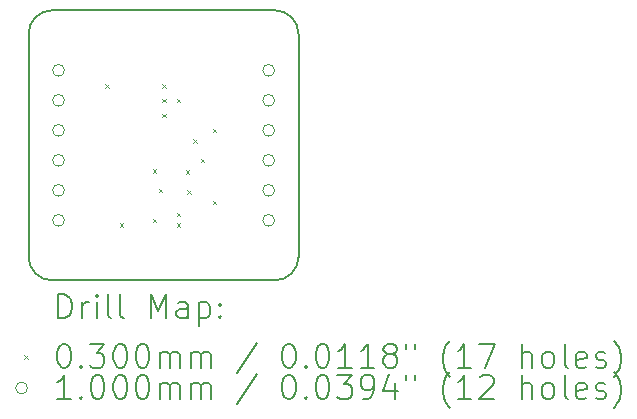
<source format=gbr>
%TF.GenerationSoftware,KiCad,Pcbnew,8.0.8*%
%TF.CreationDate,2025-02-11T16:16:30-05:00*%
%TF.ProjectId,IMU,494d552e-6b69-4636-9164-5f7063625858,rev?*%
%TF.SameCoordinates,Original*%
%TF.FileFunction,Drillmap*%
%TF.FilePolarity,Positive*%
%FSLAX45Y45*%
G04 Gerber Fmt 4.5, Leading zero omitted, Abs format (unit mm)*
G04 Created by KiCad (PCBNEW 8.0.8) date 2025-02-11 16:16:30*
%MOMM*%
%LPD*%
G01*
G04 APERTURE LIST*
%ADD10C,0.160000*%
%ADD11C,0.200000*%
%ADD12C,0.100000*%
G04 APERTURE END LIST*
D10*
X12342200Y-10881800D02*
X14228201Y-10881800D01*
X12342200Y-10881800D02*
G75*
G02*
X12142200Y-10681800I0J200000D01*
G01*
X14428201Y-10681800D02*
G75*
G02*
X14228201Y-10881801I-200001J0D01*
G01*
X14428201Y-10681800D02*
X14428201Y-8795800D01*
X14228201Y-8595800D02*
X12342200Y-8595800D01*
X12142200Y-8795800D02*
X12142200Y-10681800D01*
X14228201Y-8595800D02*
G75*
G02*
X14428200Y-8795800I-1J-200000D01*
G01*
X12142200Y-8795800D02*
G75*
G02*
X12342200Y-8595800I200000J0D01*
G01*
D11*
D12*
X12790250Y-9219800D02*
X12820250Y-9249800D01*
X12820250Y-9219800D02*
X12790250Y-9249800D01*
X12916250Y-10399000D02*
X12946250Y-10429000D01*
X12946250Y-10399000D02*
X12916250Y-10429000D01*
X13195650Y-9941800D02*
X13225650Y-9971800D01*
X13225650Y-9941800D02*
X13195650Y-9971800D01*
X13195650Y-10360900D02*
X13225650Y-10390900D01*
X13225650Y-10360900D02*
X13195650Y-10390900D01*
X13246450Y-10106900D02*
X13276450Y-10136900D01*
X13276450Y-10106900D02*
X13246450Y-10136900D01*
X13272850Y-9219800D02*
X13302850Y-9249800D01*
X13302850Y-9219800D02*
X13272850Y-9249800D01*
X13272850Y-9344800D02*
X13302850Y-9374800D01*
X13302850Y-9344800D02*
X13272850Y-9374800D01*
X13272850Y-9469800D02*
X13302850Y-9499800D01*
X13302850Y-9469800D02*
X13272850Y-9499800D01*
X13398850Y-9342800D02*
X13428850Y-9372800D01*
X13428850Y-9342800D02*
X13398850Y-9372800D01*
X13398850Y-10310100D02*
X13428850Y-10340100D01*
X13428850Y-10310100D02*
X13398850Y-10340100D01*
X13398850Y-10399000D02*
X13428850Y-10429000D01*
X13428850Y-10399000D02*
X13398850Y-10429000D01*
X13472400Y-9951850D02*
X13502400Y-9981850D01*
X13502400Y-9951850D02*
X13472400Y-9981850D01*
X13487750Y-10119600D02*
X13517750Y-10149600D01*
X13517750Y-10119600D02*
X13487750Y-10149600D01*
X13535900Y-9685150D02*
X13565900Y-9715150D01*
X13565900Y-9685150D02*
X13535900Y-9715150D01*
X13602050Y-9850800D02*
X13632050Y-9880800D01*
X13632050Y-9850800D02*
X13602050Y-9880800D01*
X13702000Y-10206400D02*
X13732000Y-10236400D01*
X13732000Y-10206400D02*
X13702000Y-10236400D01*
X13703650Y-9596800D02*
X13733650Y-9626800D01*
X13733650Y-9596800D02*
X13703650Y-9626800D01*
X12446200Y-9103800D02*
G75*
G02*
X12346200Y-9103800I-50000J0D01*
G01*
X12346200Y-9103800D02*
G75*
G02*
X12446200Y-9103800I50000J0D01*
G01*
X12446200Y-9357800D02*
G75*
G02*
X12346200Y-9357800I-50000J0D01*
G01*
X12346200Y-9357800D02*
G75*
G02*
X12446200Y-9357800I50000J0D01*
G01*
X12446200Y-9611800D02*
G75*
G02*
X12346200Y-9611800I-50000J0D01*
G01*
X12346200Y-9611800D02*
G75*
G02*
X12446200Y-9611800I50000J0D01*
G01*
X12446200Y-9865800D02*
G75*
G02*
X12346200Y-9865800I-50000J0D01*
G01*
X12346200Y-9865800D02*
G75*
G02*
X12446200Y-9865800I50000J0D01*
G01*
X12446200Y-10119800D02*
G75*
G02*
X12346200Y-10119800I-50000J0D01*
G01*
X12346200Y-10119800D02*
G75*
G02*
X12446200Y-10119800I50000J0D01*
G01*
X12446200Y-10373800D02*
G75*
G02*
X12346200Y-10373800I-50000J0D01*
G01*
X12346200Y-10373800D02*
G75*
G02*
X12446200Y-10373800I50000J0D01*
G01*
X14225200Y-9103800D02*
G75*
G02*
X14125200Y-9103800I-50000J0D01*
G01*
X14125200Y-9103800D02*
G75*
G02*
X14225200Y-9103800I50000J0D01*
G01*
X14225200Y-9357800D02*
G75*
G02*
X14125200Y-9357800I-50000J0D01*
G01*
X14125200Y-9357800D02*
G75*
G02*
X14225200Y-9357800I50000J0D01*
G01*
X14225200Y-9611800D02*
G75*
G02*
X14125200Y-9611800I-50000J0D01*
G01*
X14125200Y-9611800D02*
G75*
G02*
X14225200Y-9611800I50000J0D01*
G01*
X14225200Y-9865800D02*
G75*
G02*
X14125200Y-9865800I-50000J0D01*
G01*
X14125200Y-9865800D02*
G75*
G02*
X14225200Y-9865800I50000J0D01*
G01*
X14225200Y-10119800D02*
G75*
G02*
X14125200Y-10119800I-50000J0D01*
G01*
X14125200Y-10119800D02*
G75*
G02*
X14225200Y-10119800I50000J0D01*
G01*
X14225200Y-10373800D02*
G75*
G02*
X14125200Y-10373800I-50000J0D01*
G01*
X14125200Y-10373800D02*
G75*
G02*
X14225200Y-10373800I50000J0D01*
G01*
D11*
X12394977Y-11201284D02*
X12394977Y-11001284D01*
X12394977Y-11001284D02*
X12442596Y-11001284D01*
X12442596Y-11001284D02*
X12471167Y-11010808D01*
X12471167Y-11010808D02*
X12490215Y-11029855D01*
X12490215Y-11029855D02*
X12499739Y-11048903D01*
X12499739Y-11048903D02*
X12509262Y-11086998D01*
X12509262Y-11086998D02*
X12509262Y-11115570D01*
X12509262Y-11115570D02*
X12499739Y-11153665D01*
X12499739Y-11153665D02*
X12490215Y-11172712D01*
X12490215Y-11172712D02*
X12471167Y-11191760D01*
X12471167Y-11191760D02*
X12442596Y-11201284D01*
X12442596Y-11201284D02*
X12394977Y-11201284D01*
X12594977Y-11201284D02*
X12594977Y-11067950D01*
X12594977Y-11106046D02*
X12604501Y-11086998D01*
X12604501Y-11086998D02*
X12614024Y-11077474D01*
X12614024Y-11077474D02*
X12633072Y-11067950D01*
X12633072Y-11067950D02*
X12652120Y-11067950D01*
X12718786Y-11201284D02*
X12718786Y-11067950D01*
X12718786Y-11001284D02*
X12709262Y-11010808D01*
X12709262Y-11010808D02*
X12718786Y-11020331D01*
X12718786Y-11020331D02*
X12728310Y-11010808D01*
X12728310Y-11010808D02*
X12718786Y-11001284D01*
X12718786Y-11001284D02*
X12718786Y-11020331D01*
X12842596Y-11201284D02*
X12823548Y-11191760D01*
X12823548Y-11191760D02*
X12814024Y-11172712D01*
X12814024Y-11172712D02*
X12814024Y-11001284D01*
X12947358Y-11201284D02*
X12928310Y-11191760D01*
X12928310Y-11191760D02*
X12918786Y-11172712D01*
X12918786Y-11172712D02*
X12918786Y-11001284D01*
X13175929Y-11201284D02*
X13175929Y-11001284D01*
X13175929Y-11001284D02*
X13242596Y-11144141D01*
X13242596Y-11144141D02*
X13309262Y-11001284D01*
X13309262Y-11001284D02*
X13309262Y-11201284D01*
X13490215Y-11201284D02*
X13490215Y-11096522D01*
X13490215Y-11096522D02*
X13480691Y-11077474D01*
X13480691Y-11077474D02*
X13461643Y-11067950D01*
X13461643Y-11067950D02*
X13423548Y-11067950D01*
X13423548Y-11067950D02*
X13404501Y-11077474D01*
X13490215Y-11191760D02*
X13471167Y-11201284D01*
X13471167Y-11201284D02*
X13423548Y-11201284D01*
X13423548Y-11201284D02*
X13404501Y-11191760D01*
X13404501Y-11191760D02*
X13394977Y-11172712D01*
X13394977Y-11172712D02*
X13394977Y-11153665D01*
X13394977Y-11153665D02*
X13404501Y-11134617D01*
X13404501Y-11134617D02*
X13423548Y-11125093D01*
X13423548Y-11125093D02*
X13471167Y-11125093D01*
X13471167Y-11125093D02*
X13490215Y-11115570D01*
X13585453Y-11067950D02*
X13585453Y-11267950D01*
X13585453Y-11077474D02*
X13604501Y-11067950D01*
X13604501Y-11067950D02*
X13642596Y-11067950D01*
X13642596Y-11067950D02*
X13661643Y-11077474D01*
X13661643Y-11077474D02*
X13671167Y-11086998D01*
X13671167Y-11086998D02*
X13680691Y-11106046D01*
X13680691Y-11106046D02*
X13680691Y-11163189D01*
X13680691Y-11163189D02*
X13671167Y-11182236D01*
X13671167Y-11182236D02*
X13661643Y-11191760D01*
X13661643Y-11191760D02*
X13642596Y-11201284D01*
X13642596Y-11201284D02*
X13604501Y-11201284D01*
X13604501Y-11201284D02*
X13585453Y-11191760D01*
X13766405Y-11182236D02*
X13775929Y-11191760D01*
X13775929Y-11191760D02*
X13766405Y-11201284D01*
X13766405Y-11201284D02*
X13756882Y-11191760D01*
X13756882Y-11191760D02*
X13766405Y-11182236D01*
X13766405Y-11182236D02*
X13766405Y-11201284D01*
X13766405Y-11077474D02*
X13775929Y-11086998D01*
X13775929Y-11086998D02*
X13766405Y-11096522D01*
X13766405Y-11096522D02*
X13756882Y-11086998D01*
X13756882Y-11086998D02*
X13766405Y-11077474D01*
X13766405Y-11077474D02*
X13766405Y-11096522D01*
D12*
X12104200Y-11514800D02*
X12134200Y-11544800D01*
X12134200Y-11514800D02*
X12104200Y-11544800D01*
D11*
X12433072Y-11421284D02*
X12452120Y-11421284D01*
X12452120Y-11421284D02*
X12471167Y-11430808D01*
X12471167Y-11430808D02*
X12480691Y-11440331D01*
X12480691Y-11440331D02*
X12490215Y-11459379D01*
X12490215Y-11459379D02*
X12499739Y-11497474D01*
X12499739Y-11497474D02*
X12499739Y-11545093D01*
X12499739Y-11545093D02*
X12490215Y-11583188D01*
X12490215Y-11583188D02*
X12480691Y-11602236D01*
X12480691Y-11602236D02*
X12471167Y-11611760D01*
X12471167Y-11611760D02*
X12452120Y-11621284D01*
X12452120Y-11621284D02*
X12433072Y-11621284D01*
X12433072Y-11621284D02*
X12414024Y-11611760D01*
X12414024Y-11611760D02*
X12404501Y-11602236D01*
X12404501Y-11602236D02*
X12394977Y-11583188D01*
X12394977Y-11583188D02*
X12385453Y-11545093D01*
X12385453Y-11545093D02*
X12385453Y-11497474D01*
X12385453Y-11497474D02*
X12394977Y-11459379D01*
X12394977Y-11459379D02*
X12404501Y-11440331D01*
X12404501Y-11440331D02*
X12414024Y-11430808D01*
X12414024Y-11430808D02*
X12433072Y-11421284D01*
X12585453Y-11602236D02*
X12594977Y-11611760D01*
X12594977Y-11611760D02*
X12585453Y-11621284D01*
X12585453Y-11621284D02*
X12575929Y-11611760D01*
X12575929Y-11611760D02*
X12585453Y-11602236D01*
X12585453Y-11602236D02*
X12585453Y-11621284D01*
X12661643Y-11421284D02*
X12785453Y-11421284D01*
X12785453Y-11421284D02*
X12718786Y-11497474D01*
X12718786Y-11497474D02*
X12747358Y-11497474D01*
X12747358Y-11497474D02*
X12766405Y-11506998D01*
X12766405Y-11506998D02*
X12775929Y-11516522D01*
X12775929Y-11516522D02*
X12785453Y-11535569D01*
X12785453Y-11535569D02*
X12785453Y-11583188D01*
X12785453Y-11583188D02*
X12775929Y-11602236D01*
X12775929Y-11602236D02*
X12766405Y-11611760D01*
X12766405Y-11611760D02*
X12747358Y-11621284D01*
X12747358Y-11621284D02*
X12690215Y-11621284D01*
X12690215Y-11621284D02*
X12671167Y-11611760D01*
X12671167Y-11611760D02*
X12661643Y-11602236D01*
X12909262Y-11421284D02*
X12928310Y-11421284D01*
X12928310Y-11421284D02*
X12947358Y-11430808D01*
X12947358Y-11430808D02*
X12956882Y-11440331D01*
X12956882Y-11440331D02*
X12966405Y-11459379D01*
X12966405Y-11459379D02*
X12975929Y-11497474D01*
X12975929Y-11497474D02*
X12975929Y-11545093D01*
X12975929Y-11545093D02*
X12966405Y-11583188D01*
X12966405Y-11583188D02*
X12956882Y-11602236D01*
X12956882Y-11602236D02*
X12947358Y-11611760D01*
X12947358Y-11611760D02*
X12928310Y-11621284D01*
X12928310Y-11621284D02*
X12909262Y-11621284D01*
X12909262Y-11621284D02*
X12890215Y-11611760D01*
X12890215Y-11611760D02*
X12880691Y-11602236D01*
X12880691Y-11602236D02*
X12871167Y-11583188D01*
X12871167Y-11583188D02*
X12861643Y-11545093D01*
X12861643Y-11545093D02*
X12861643Y-11497474D01*
X12861643Y-11497474D02*
X12871167Y-11459379D01*
X12871167Y-11459379D02*
X12880691Y-11440331D01*
X12880691Y-11440331D02*
X12890215Y-11430808D01*
X12890215Y-11430808D02*
X12909262Y-11421284D01*
X13099739Y-11421284D02*
X13118786Y-11421284D01*
X13118786Y-11421284D02*
X13137834Y-11430808D01*
X13137834Y-11430808D02*
X13147358Y-11440331D01*
X13147358Y-11440331D02*
X13156882Y-11459379D01*
X13156882Y-11459379D02*
X13166405Y-11497474D01*
X13166405Y-11497474D02*
X13166405Y-11545093D01*
X13166405Y-11545093D02*
X13156882Y-11583188D01*
X13156882Y-11583188D02*
X13147358Y-11602236D01*
X13147358Y-11602236D02*
X13137834Y-11611760D01*
X13137834Y-11611760D02*
X13118786Y-11621284D01*
X13118786Y-11621284D02*
X13099739Y-11621284D01*
X13099739Y-11621284D02*
X13080691Y-11611760D01*
X13080691Y-11611760D02*
X13071167Y-11602236D01*
X13071167Y-11602236D02*
X13061643Y-11583188D01*
X13061643Y-11583188D02*
X13052120Y-11545093D01*
X13052120Y-11545093D02*
X13052120Y-11497474D01*
X13052120Y-11497474D02*
X13061643Y-11459379D01*
X13061643Y-11459379D02*
X13071167Y-11440331D01*
X13071167Y-11440331D02*
X13080691Y-11430808D01*
X13080691Y-11430808D02*
X13099739Y-11421284D01*
X13252120Y-11621284D02*
X13252120Y-11487950D01*
X13252120Y-11506998D02*
X13261643Y-11497474D01*
X13261643Y-11497474D02*
X13280691Y-11487950D01*
X13280691Y-11487950D02*
X13309263Y-11487950D01*
X13309263Y-11487950D02*
X13328310Y-11497474D01*
X13328310Y-11497474D02*
X13337834Y-11516522D01*
X13337834Y-11516522D02*
X13337834Y-11621284D01*
X13337834Y-11516522D02*
X13347358Y-11497474D01*
X13347358Y-11497474D02*
X13366405Y-11487950D01*
X13366405Y-11487950D02*
X13394977Y-11487950D01*
X13394977Y-11487950D02*
X13414024Y-11497474D01*
X13414024Y-11497474D02*
X13423548Y-11516522D01*
X13423548Y-11516522D02*
X13423548Y-11621284D01*
X13518786Y-11621284D02*
X13518786Y-11487950D01*
X13518786Y-11506998D02*
X13528310Y-11497474D01*
X13528310Y-11497474D02*
X13547358Y-11487950D01*
X13547358Y-11487950D02*
X13575929Y-11487950D01*
X13575929Y-11487950D02*
X13594977Y-11497474D01*
X13594977Y-11497474D02*
X13604501Y-11516522D01*
X13604501Y-11516522D02*
X13604501Y-11621284D01*
X13604501Y-11516522D02*
X13614024Y-11497474D01*
X13614024Y-11497474D02*
X13633072Y-11487950D01*
X13633072Y-11487950D02*
X13661643Y-11487950D01*
X13661643Y-11487950D02*
X13680691Y-11497474D01*
X13680691Y-11497474D02*
X13690215Y-11516522D01*
X13690215Y-11516522D02*
X13690215Y-11621284D01*
X14080691Y-11411760D02*
X13909263Y-11668903D01*
X14337834Y-11421284D02*
X14356882Y-11421284D01*
X14356882Y-11421284D02*
X14375929Y-11430808D01*
X14375929Y-11430808D02*
X14385453Y-11440331D01*
X14385453Y-11440331D02*
X14394977Y-11459379D01*
X14394977Y-11459379D02*
X14404501Y-11497474D01*
X14404501Y-11497474D02*
X14404501Y-11545093D01*
X14404501Y-11545093D02*
X14394977Y-11583188D01*
X14394977Y-11583188D02*
X14385453Y-11602236D01*
X14385453Y-11602236D02*
X14375929Y-11611760D01*
X14375929Y-11611760D02*
X14356882Y-11621284D01*
X14356882Y-11621284D02*
X14337834Y-11621284D01*
X14337834Y-11621284D02*
X14318786Y-11611760D01*
X14318786Y-11611760D02*
X14309263Y-11602236D01*
X14309263Y-11602236D02*
X14299739Y-11583188D01*
X14299739Y-11583188D02*
X14290215Y-11545093D01*
X14290215Y-11545093D02*
X14290215Y-11497474D01*
X14290215Y-11497474D02*
X14299739Y-11459379D01*
X14299739Y-11459379D02*
X14309263Y-11440331D01*
X14309263Y-11440331D02*
X14318786Y-11430808D01*
X14318786Y-11430808D02*
X14337834Y-11421284D01*
X14490215Y-11602236D02*
X14499739Y-11611760D01*
X14499739Y-11611760D02*
X14490215Y-11621284D01*
X14490215Y-11621284D02*
X14480691Y-11611760D01*
X14480691Y-11611760D02*
X14490215Y-11602236D01*
X14490215Y-11602236D02*
X14490215Y-11621284D01*
X14623548Y-11421284D02*
X14642596Y-11421284D01*
X14642596Y-11421284D02*
X14661644Y-11430808D01*
X14661644Y-11430808D02*
X14671167Y-11440331D01*
X14671167Y-11440331D02*
X14680691Y-11459379D01*
X14680691Y-11459379D02*
X14690215Y-11497474D01*
X14690215Y-11497474D02*
X14690215Y-11545093D01*
X14690215Y-11545093D02*
X14680691Y-11583188D01*
X14680691Y-11583188D02*
X14671167Y-11602236D01*
X14671167Y-11602236D02*
X14661644Y-11611760D01*
X14661644Y-11611760D02*
X14642596Y-11621284D01*
X14642596Y-11621284D02*
X14623548Y-11621284D01*
X14623548Y-11621284D02*
X14604501Y-11611760D01*
X14604501Y-11611760D02*
X14594977Y-11602236D01*
X14594977Y-11602236D02*
X14585453Y-11583188D01*
X14585453Y-11583188D02*
X14575929Y-11545093D01*
X14575929Y-11545093D02*
X14575929Y-11497474D01*
X14575929Y-11497474D02*
X14585453Y-11459379D01*
X14585453Y-11459379D02*
X14594977Y-11440331D01*
X14594977Y-11440331D02*
X14604501Y-11430808D01*
X14604501Y-11430808D02*
X14623548Y-11421284D01*
X14880691Y-11621284D02*
X14766406Y-11621284D01*
X14823548Y-11621284D02*
X14823548Y-11421284D01*
X14823548Y-11421284D02*
X14804501Y-11449855D01*
X14804501Y-11449855D02*
X14785453Y-11468903D01*
X14785453Y-11468903D02*
X14766406Y-11478427D01*
X15071167Y-11621284D02*
X14956882Y-11621284D01*
X15014025Y-11621284D02*
X15014025Y-11421284D01*
X15014025Y-11421284D02*
X14994977Y-11449855D01*
X14994977Y-11449855D02*
X14975929Y-11468903D01*
X14975929Y-11468903D02*
X14956882Y-11478427D01*
X15185453Y-11506998D02*
X15166406Y-11497474D01*
X15166406Y-11497474D02*
X15156882Y-11487950D01*
X15156882Y-11487950D02*
X15147358Y-11468903D01*
X15147358Y-11468903D02*
X15147358Y-11459379D01*
X15147358Y-11459379D02*
X15156882Y-11440331D01*
X15156882Y-11440331D02*
X15166406Y-11430808D01*
X15166406Y-11430808D02*
X15185453Y-11421284D01*
X15185453Y-11421284D02*
X15223548Y-11421284D01*
X15223548Y-11421284D02*
X15242596Y-11430808D01*
X15242596Y-11430808D02*
X15252120Y-11440331D01*
X15252120Y-11440331D02*
X15261644Y-11459379D01*
X15261644Y-11459379D02*
X15261644Y-11468903D01*
X15261644Y-11468903D02*
X15252120Y-11487950D01*
X15252120Y-11487950D02*
X15242596Y-11497474D01*
X15242596Y-11497474D02*
X15223548Y-11506998D01*
X15223548Y-11506998D02*
X15185453Y-11506998D01*
X15185453Y-11506998D02*
X15166406Y-11516522D01*
X15166406Y-11516522D02*
X15156882Y-11526046D01*
X15156882Y-11526046D02*
X15147358Y-11545093D01*
X15147358Y-11545093D02*
X15147358Y-11583188D01*
X15147358Y-11583188D02*
X15156882Y-11602236D01*
X15156882Y-11602236D02*
X15166406Y-11611760D01*
X15166406Y-11611760D02*
X15185453Y-11621284D01*
X15185453Y-11621284D02*
X15223548Y-11621284D01*
X15223548Y-11621284D02*
X15242596Y-11611760D01*
X15242596Y-11611760D02*
X15252120Y-11602236D01*
X15252120Y-11602236D02*
X15261644Y-11583188D01*
X15261644Y-11583188D02*
X15261644Y-11545093D01*
X15261644Y-11545093D02*
X15252120Y-11526046D01*
X15252120Y-11526046D02*
X15242596Y-11516522D01*
X15242596Y-11516522D02*
X15223548Y-11506998D01*
X15337834Y-11421284D02*
X15337834Y-11459379D01*
X15414025Y-11421284D02*
X15414025Y-11459379D01*
X15709263Y-11697474D02*
X15699739Y-11687950D01*
X15699739Y-11687950D02*
X15680691Y-11659379D01*
X15680691Y-11659379D02*
X15671168Y-11640331D01*
X15671168Y-11640331D02*
X15661644Y-11611760D01*
X15661644Y-11611760D02*
X15652120Y-11564141D01*
X15652120Y-11564141D02*
X15652120Y-11526046D01*
X15652120Y-11526046D02*
X15661644Y-11478427D01*
X15661644Y-11478427D02*
X15671168Y-11449855D01*
X15671168Y-11449855D02*
X15680691Y-11430808D01*
X15680691Y-11430808D02*
X15699739Y-11402236D01*
X15699739Y-11402236D02*
X15709263Y-11392712D01*
X15890215Y-11621284D02*
X15775929Y-11621284D01*
X15833072Y-11621284D02*
X15833072Y-11421284D01*
X15833072Y-11421284D02*
X15814025Y-11449855D01*
X15814025Y-11449855D02*
X15794977Y-11468903D01*
X15794977Y-11468903D02*
X15775929Y-11478427D01*
X15956882Y-11421284D02*
X16090215Y-11421284D01*
X16090215Y-11421284D02*
X16004501Y-11621284D01*
X16318787Y-11621284D02*
X16318787Y-11421284D01*
X16404501Y-11621284D02*
X16404501Y-11516522D01*
X16404501Y-11516522D02*
X16394977Y-11497474D01*
X16394977Y-11497474D02*
X16375930Y-11487950D01*
X16375930Y-11487950D02*
X16347358Y-11487950D01*
X16347358Y-11487950D02*
X16328310Y-11497474D01*
X16328310Y-11497474D02*
X16318787Y-11506998D01*
X16528310Y-11621284D02*
X16509263Y-11611760D01*
X16509263Y-11611760D02*
X16499739Y-11602236D01*
X16499739Y-11602236D02*
X16490215Y-11583188D01*
X16490215Y-11583188D02*
X16490215Y-11526046D01*
X16490215Y-11526046D02*
X16499739Y-11506998D01*
X16499739Y-11506998D02*
X16509263Y-11497474D01*
X16509263Y-11497474D02*
X16528310Y-11487950D01*
X16528310Y-11487950D02*
X16556882Y-11487950D01*
X16556882Y-11487950D02*
X16575930Y-11497474D01*
X16575930Y-11497474D02*
X16585453Y-11506998D01*
X16585453Y-11506998D02*
X16594977Y-11526046D01*
X16594977Y-11526046D02*
X16594977Y-11583188D01*
X16594977Y-11583188D02*
X16585453Y-11602236D01*
X16585453Y-11602236D02*
X16575930Y-11611760D01*
X16575930Y-11611760D02*
X16556882Y-11621284D01*
X16556882Y-11621284D02*
X16528310Y-11621284D01*
X16709263Y-11621284D02*
X16690215Y-11611760D01*
X16690215Y-11611760D02*
X16680691Y-11592712D01*
X16680691Y-11592712D02*
X16680691Y-11421284D01*
X16861644Y-11611760D02*
X16842596Y-11621284D01*
X16842596Y-11621284D02*
X16804501Y-11621284D01*
X16804501Y-11621284D02*
X16785453Y-11611760D01*
X16785453Y-11611760D02*
X16775930Y-11592712D01*
X16775930Y-11592712D02*
X16775930Y-11516522D01*
X16775930Y-11516522D02*
X16785453Y-11497474D01*
X16785453Y-11497474D02*
X16804501Y-11487950D01*
X16804501Y-11487950D02*
X16842596Y-11487950D01*
X16842596Y-11487950D02*
X16861644Y-11497474D01*
X16861644Y-11497474D02*
X16871168Y-11516522D01*
X16871168Y-11516522D02*
X16871168Y-11535569D01*
X16871168Y-11535569D02*
X16775930Y-11554617D01*
X16947358Y-11611760D02*
X16966406Y-11621284D01*
X16966406Y-11621284D02*
X17004501Y-11621284D01*
X17004501Y-11621284D02*
X17023549Y-11611760D01*
X17023549Y-11611760D02*
X17033073Y-11592712D01*
X17033073Y-11592712D02*
X17033073Y-11583188D01*
X17033073Y-11583188D02*
X17023549Y-11564141D01*
X17023549Y-11564141D02*
X17004501Y-11554617D01*
X17004501Y-11554617D02*
X16975930Y-11554617D01*
X16975930Y-11554617D02*
X16956882Y-11545093D01*
X16956882Y-11545093D02*
X16947358Y-11526046D01*
X16947358Y-11526046D02*
X16947358Y-11516522D01*
X16947358Y-11516522D02*
X16956882Y-11497474D01*
X16956882Y-11497474D02*
X16975930Y-11487950D01*
X16975930Y-11487950D02*
X17004501Y-11487950D01*
X17004501Y-11487950D02*
X17023549Y-11497474D01*
X17099739Y-11697474D02*
X17109263Y-11687950D01*
X17109263Y-11687950D02*
X17128311Y-11659379D01*
X17128311Y-11659379D02*
X17137834Y-11640331D01*
X17137834Y-11640331D02*
X17147358Y-11611760D01*
X17147358Y-11611760D02*
X17156882Y-11564141D01*
X17156882Y-11564141D02*
X17156882Y-11526046D01*
X17156882Y-11526046D02*
X17147358Y-11478427D01*
X17147358Y-11478427D02*
X17137834Y-11449855D01*
X17137834Y-11449855D02*
X17128311Y-11430808D01*
X17128311Y-11430808D02*
X17109263Y-11402236D01*
X17109263Y-11402236D02*
X17099739Y-11392712D01*
D12*
X12134200Y-11793800D02*
G75*
G02*
X12034200Y-11793800I-50000J0D01*
G01*
X12034200Y-11793800D02*
G75*
G02*
X12134200Y-11793800I50000J0D01*
G01*
D11*
X12499739Y-11885284D02*
X12385453Y-11885284D01*
X12442596Y-11885284D02*
X12442596Y-11685284D01*
X12442596Y-11685284D02*
X12423548Y-11713855D01*
X12423548Y-11713855D02*
X12404501Y-11732903D01*
X12404501Y-11732903D02*
X12385453Y-11742427D01*
X12585453Y-11866236D02*
X12594977Y-11875760D01*
X12594977Y-11875760D02*
X12585453Y-11885284D01*
X12585453Y-11885284D02*
X12575929Y-11875760D01*
X12575929Y-11875760D02*
X12585453Y-11866236D01*
X12585453Y-11866236D02*
X12585453Y-11885284D01*
X12718786Y-11685284D02*
X12737834Y-11685284D01*
X12737834Y-11685284D02*
X12756882Y-11694808D01*
X12756882Y-11694808D02*
X12766405Y-11704331D01*
X12766405Y-11704331D02*
X12775929Y-11723379D01*
X12775929Y-11723379D02*
X12785453Y-11761474D01*
X12785453Y-11761474D02*
X12785453Y-11809093D01*
X12785453Y-11809093D02*
X12775929Y-11847188D01*
X12775929Y-11847188D02*
X12766405Y-11866236D01*
X12766405Y-11866236D02*
X12756882Y-11875760D01*
X12756882Y-11875760D02*
X12737834Y-11885284D01*
X12737834Y-11885284D02*
X12718786Y-11885284D01*
X12718786Y-11885284D02*
X12699739Y-11875760D01*
X12699739Y-11875760D02*
X12690215Y-11866236D01*
X12690215Y-11866236D02*
X12680691Y-11847188D01*
X12680691Y-11847188D02*
X12671167Y-11809093D01*
X12671167Y-11809093D02*
X12671167Y-11761474D01*
X12671167Y-11761474D02*
X12680691Y-11723379D01*
X12680691Y-11723379D02*
X12690215Y-11704331D01*
X12690215Y-11704331D02*
X12699739Y-11694808D01*
X12699739Y-11694808D02*
X12718786Y-11685284D01*
X12909262Y-11685284D02*
X12928310Y-11685284D01*
X12928310Y-11685284D02*
X12947358Y-11694808D01*
X12947358Y-11694808D02*
X12956882Y-11704331D01*
X12956882Y-11704331D02*
X12966405Y-11723379D01*
X12966405Y-11723379D02*
X12975929Y-11761474D01*
X12975929Y-11761474D02*
X12975929Y-11809093D01*
X12975929Y-11809093D02*
X12966405Y-11847188D01*
X12966405Y-11847188D02*
X12956882Y-11866236D01*
X12956882Y-11866236D02*
X12947358Y-11875760D01*
X12947358Y-11875760D02*
X12928310Y-11885284D01*
X12928310Y-11885284D02*
X12909262Y-11885284D01*
X12909262Y-11885284D02*
X12890215Y-11875760D01*
X12890215Y-11875760D02*
X12880691Y-11866236D01*
X12880691Y-11866236D02*
X12871167Y-11847188D01*
X12871167Y-11847188D02*
X12861643Y-11809093D01*
X12861643Y-11809093D02*
X12861643Y-11761474D01*
X12861643Y-11761474D02*
X12871167Y-11723379D01*
X12871167Y-11723379D02*
X12880691Y-11704331D01*
X12880691Y-11704331D02*
X12890215Y-11694808D01*
X12890215Y-11694808D02*
X12909262Y-11685284D01*
X13099739Y-11685284D02*
X13118786Y-11685284D01*
X13118786Y-11685284D02*
X13137834Y-11694808D01*
X13137834Y-11694808D02*
X13147358Y-11704331D01*
X13147358Y-11704331D02*
X13156882Y-11723379D01*
X13156882Y-11723379D02*
X13166405Y-11761474D01*
X13166405Y-11761474D02*
X13166405Y-11809093D01*
X13166405Y-11809093D02*
X13156882Y-11847188D01*
X13156882Y-11847188D02*
X13147358Y-11866236D01*
X13147358Y-11866236D02*
X13137834Y-11875760D01*
X13137834Y-11875760D02*
X13118786Y-11885284D01*
X13118786Y-11885284D02*
X13099739Y-11885284D01*
X13099739Y-11885284D02*
X13080691Y-11875760D01*
X13080691Y-11875760D02*
X13071167Y-11866236D01*
X13071167Y-11866236D02*
X13061643Y-11847188D01*
X13061643Y-11847188D02*
X13052120Y-11809093D01*
X13052120Y-11809093D02*
X13052120Y-11761474D01*
X13052120Y-11761474D02*
X13061643Y-11723379D01*
X13061643Y-11723379D02*
X13071167Y-11704331D01*
X13071167Y-11704331D02*
X13080691Y-11694808D01*
X13080691Y-11694808D02*
X13099739Y-11685284D01*
X13252120Y-11885284D02*
X13252120Y-11751950D01*
X13252120Y-11770998D02*
X13261643Y-11761474D01*
X13261643Y-11761474D02*
X13280691Y-11751950D01*
X13280691Y-11751950D02*
X13309263Y-11751950D01*
X13309263Y-11751950D02*
X13328310Y-11761474D01*
X13328310Y-11761474D02*
X13337834Y-11780522D01*
X13337834Y-11780522D02*
X13337834Y-11885284D01*
X13337834Y-11780522D02*
X13347358Y-11761474D01*
X13347358Y-11761474D02*
X13366405Y-11751950D01*
X13366405Y-11751950D02*
X13394977Y-11751950D01*
X13394977Y-11751950D02*
X13414024Y-11761474D01*
X13414024Y-11761474D02*
X13423548Y-11780522D01*
X13423548Y-11780522D02*
X13423548Y-11885284D01*
X13518786Y-11885284D02*
X13518786Y-11751950D01*
X13518786Y-11770998D02*
X13528310Y-11761474D01*
X13528310Y-11761474D02*
X13547358Y-11751950D01*
X13547358Y-11751950D02*
X13575929Y-11751950D01*
X13575929Y-11751950D02*
X13594977Y-11761474D01*
X13594977Y-11761474D02*
X13604501Y-11780522D01*
X13604501Y-11780522D02*
X13604501Y-11885284D01*
X13604501Y-11780522D02*
X13614024Y-11761474D01*
X13614024Y-11761474D02*
X13633072Y-11751950D01*
X13633072Y-11751950D02*
X13661643Y-11751950D01*
X13661643Y-11751950D02*
X13680691Y-11761474D01*
X13680691Y-11761474D02*
X13690215Y-11780522D01*
X13690215Y-11780522D02*
X13690215Y-11885284D01*
X14080691Y-11675760D02*
X13909263Y-11932903D01*
X14337834Y-11685284D02*
X14356882Y-11685284D01*
X14356882Y-11685284D02*
X14375929Y-11694808D01*
X14375929Y-11694808D02*
X14385453Y-11704331D01*
X14385453Y-11704331D02*
X14394977Y-11723379D01*
X14394977Y-11723379D02*
X14404501Y-11761474D01*
X14404501Y-11761474D02*
X14404501Y-11809093D01*
X14404501Y-11809093D02*
X14394977Y-11847188D01*
X14394977Y-11847188D02*
X14385453Y-11866236D01*
X14385453Y-11866236D02*
X14375929Y-11875760D01*
X14375929Y-11875760D02*
X14356882Y-11885284D01*
X14356882Y-11885284D02*
X14337834Y-11885284D01*
X14337834Y-11885284D02*
X14318786Y-11875760D01*
X14318786Y-11875760D02*
X14309263Y-11866236D01*
X14309263Y-11866236D02*
X14299739Y-11847188D01*
X14299739Y-11847188D02*
X14290215Y-11809093D01*
X14290215Y-11809093D02*
X14290215Y-11761474D01*
X14290215Y-11761474D02*
X14299739Y-11723379D01*
X14299739Y-11723379D02*
X14309263Y-11704331D01*
X14309263Y-11704331D02*
X14318786Y-11694808D01*
X14318786Y-11694808D02*
X14337834Y-11685284D01*
X14490215Y-11866236D02*
X14499739Y-11875760D01*
X14499739Y-11875760D02*
X14490215Y-11885284D01*
X14490215Y-11885284D02*
X14480691Y-11875760D01*
X14480691Y-11875760D02*
X14490215Y-11866236D01*
X14490215Y-11866236D02*
X14490215Y-11885284D01*
X14623548Y-11685284D02*
X14642596Y-11685284D01*
X14642596Y-11685284D02*
X14661644Y-11694808D01*
X14661644Y-11694808D02*
X14671167Y-11704331D01*
X14671167Y-11704331D02*
X14680691Y-11723379D01*
X14680691Y-11723379D02*
X14690215Y-11761474D01*
X14690215Y-11761474D02*
X14690215Y-11809093D01*
X14690215Y-11809093D02*
X14680691Y-11847188D01*
X14680691Y-11847188D02*
X14671167Y-11866236D01*
X14671167Y-11866236D02*
X14661644Y-11875760D01*
X14661644Y-11875760D02*
X14642596Y-11885284D01*
X14642596Y-11885284D02*
X14623548Y-11885284D01*
X14623548Y-11885284D02*
X14604501Y-11875760D01*
X14604501Y-11875760D02*
X14594977Y-11866236D01*
X14594977Y-11866236D02*
X14585453Y-11847188D01*
X14585453Y-11847188D02*
X14575929Y-11809093D01*
X14575929Y-11809093D02*
X14575929Y-11761474D01*
X14575929Y-11761474D02*
X14585453Y-11723379D01*
X14585453Y-11723379D02*
X14594977Y-11704331D01*
X14594977Y-11704331D02*
X14604501Y-11694808D01*
X14604501Y-11694808D02*
X14623548Y-11685284D01*
X14756882Y-11685284D02*
X14880691Y-11685284D01*
X14880691Y-11685284D02*
X14814025Y-11761474D01*
X14814025Y-11761474D02*
X14842596Y-11761474D01*
X14842596Y-11761474D02*
X14861644Y-11770998D01*
X14861644Y-11770998D02*
X14871167Y-11780522D01*
X14871167Y-11780522D02*
X14880691Y-11799569D01*
X14880691Y-11799569D02*
X14880691Y-11847188D01*
X14880691Y-11847188D02*
X14871167Y-11866236D01*
X14871167Y-11866236D02*
X14861644Y-11875760D01*
X14861644Y-11875760D02*
X14842596Y-11885284D01*
X14842596Y-11885284D02*
X14785453Y-11885284D01*
X14785453Y-11885284D02*
X14766406Y-11875760D01*
X14766406Y-11875760D02*
X14756882Y-11866236D01*
X14975929Y-11885284D02*
X15014025Y-11885284D01*
X15014025Y-11885284D02*
X15033072Y-11875760D01*
X15033072Y-11875760D02*
X15042596Y-11866236D01*
X15042596Y-11866236D02*
X15061644Y-11837665D01*
X15061644Y-11837665D02*
X15071167Y-11799569D01*
X15071167Y-11799569D02*
X15071167Y-11723379D01*
X15071167Y-11723379D02*
X15061644Y-11704331D01*
X15061644Y-11704331D02*
X15052120Y-11694808D01*
X15052120Y-11694808D02*
X15033072Y-11685284D01*
X15033072Y-11685284D02*
X14994977Y-11685284D01*
X14994977Y-11685284D02*
X14975929Y-11694808D01*
X14975929Y-11694808D02*
X14966406Y-11704331D01*
X14966406Y-11704331D02*
X14956882Y-11723379D01*
X14956882Y-11723379D02*
X14956882Y-11770998D01*
X14956882Y-11770998D02*
X14966406Y-11790046D01*
X14966406Y-11790046D02*
X14975929Y-11799569D01*
X14975929Y-11799569D02*
X14994977Y-11809093D01*
X14994977Y-11809093D02*
X15033072Y-11809093D01*
X15033072Y-11809093D02*
X15052120Y-11799569D01*
X15052120Y-11799569D02*
X15061644Y-11790046D01*
X15061644Y-11790046D02*
X15071167Y-11770998D01*
X15242596Y-11751950D02*
X15242596Y-11885284D01*
X15194977Y-11675760D02*
X15147358Y-11818617D01*
X15147358Y-11818617D02*
X15271167Y-11818617D01*
X15337834Y-11685284D02*
X15337834Y-11723379D01*
X15414025Y-11685284D02*
X15414025Y-11723379D01*
X15709263Y-11961474D02*
X15699739Y-11951950D01*
X15699739Y-11951950D02*
X15680691Y-11923379D01*
X15680691Y-11923379D02*
X15671168Y-11904331D01*
X15671168Y-11904331D02*
X15661644Y-11875760D01*
X15661644Y-11875760D02*
X15652120Y-11828141D01*
X15652120Y-11828141D02*
X15652120Y-11790046D01*
X15652120Y-11790046D02*
X15661644Y-11742427D01*
X15661644Y-11742427D02*
X15671168Y-11713855D01*
X15671168Y-11713855D02*
X15680691Y-11694808D01*
X15680691Y-11694808D02*
X15699739Y-11666236D01*
X15699739Y-11666236D02*
X15709263Y-11656712D01*
X15890215Y-11885284D02*
X15775929Y-11885284D01*
X15833072Y-11885284D02*
X15833072Y-11685284D01*
X15833072Y-11685284D02*
X15814025Y-11713855D01*
X15814025Y-11713855D02*
X15794977Y-11732903D01*
X15794977Y-11732903D02*
X15775929Y-11742427D01*
X15966406Y-11704331D02*
X15975929Y-11694808D01*
X15975929Y-11694808D02*
X15994977Y-11685284D01*
X15994977Y-11685284D02*
X16042596Y-11685284D01*
X16042596Y-11685284D02*
X16061644Y-11694808D01*
X16061644Y-11694808D02*
X16071168Y-11704331D01*
X16071168Y-11704331D02*
X16080691Y-11723379D01*
X16080691Y-11723379D02*
X16080691Y-11742427D01*
X16080691Y-11742427D02*
X16071168Y-11770998D01*
X16071168Y-11770998D02*
X15956882Y-11885284D01*
X15956882Y-11885284D02*
X16080691Y-11885284D01*
X16318787Y-11885284D02*
X16318787Y-11685284D01*
X16404501Y-11885284D02*
X16404501Y-11780522D01*
X16404501Y-11780522D02*
X16394977Y-11761474D01*
X16394977Y-11761474D02*
X16375930Y-11751950D01*
X16375930Y-11751950D02*
X16347358Y-11751950D01*
X16347358Y-11751950D02*
X16328310Y-11761474D01*
X16328310Y-11761474D02*
X16318787Y-11770998D01*
X16528310Y-11885284D02*
X16509263Y-11875760D01*
X16509263Y-11875760D02*
X16499739Y-11866236D01*
X16499739Y-11866236D02*
X16490215Y-11847188D01*
X16490215Y-11847188D02*
X16490215Y-11790046D01*
X16490215Y-11790046D02*
X16499739Y-11770998D01*
X16499739Y-11770998D02*
X16509263Y-11761474D01*
X16509263Y-11761474D02*
X16528310Y-11751950D01*
X16528310Y-11751950D02*
X16556882Y-11751950D01*
X16556882Y-11751950D02*
X16575930Y-11761474D01*
X16575930Y-11761474D02*
X16585453Y-11770998D01*
X16585453Y-11770998D02*
X16594977Y-11790046D01*
X16594977Y-11790046D02*
X16594977Y-11847188D01*
X16594977Y-11847188D02*
X16585453Y-11866236D01*
X16585453Y-11866236D02*
X16575930Y-11875760D01*
X16575930Y-11875760D02*
X16556882Y-11885284D01*
X16556882Y-11885284D02*
X16528310Y-11885284D01*
X16709263Y-11885284D02*
X16690215Y-11875760D01*
X16690215Y-11875760D02*
X16680691Y-11856712D01*
X16680691Y-11856712D02*
X16680691Y-11685284D01*
X16861644Y-11875760D02*
X16842596Y-11885284D01*
X16842596Y-11885284D02*
X16804501Y-11885284D01*
X16804501Y-11885284D02*
X16785453Y-11875760D01*
X16785453Y-11875760D02*
X16775930Y-11856712D01*
X16775930Y-11856712D02*
X16775930Y-11780522D01*
X16775930Y-11780522D02*
X16785453Y-11761474D01*
X16785453Y-11761474D02*
X16804501Y-11751950D01*
X16804501Y-11751950D02*
X16842596Y-11751950D01*
X16842596Y-11751950D02*
X16861644Y-11761474D01*
X16861644Y-11761474D02*
X16871168Y-11780522D01*
X16871168Y-11780522D02*
X16871168Y-11799569D01*
X16871168Y-11799569D02*
X16775930Y-11818617D01*
X16947358Y-11875760D02*
X16966406Y-11885284D01*
X16966406Y-11885284D02*
X17004501Y-11885284D01*
X17004501Y-11885284D02*
X17023549Y-11875760D01*
X17023549Y-11875760D02*
X17033073Y-11856712D01*
X17033073Y-11856712D02*
X17033073Y-11847188D01*
X17033073Y-11847188D02*
X17023549Y-11828141D01*
X17023549Y-11828141D02*
X17004501Y-11818617D01*
X17004501Y-11818617D02*
X16975930Y-11818617D01*
X16975930Y-11818617D02*
X16956882Y-11809093D01*
X16956882Y-11809093D02*
X16947358Y-11790046D01*
X16947358Y-11790046D02*
X16947358Y-11780522D01*
X16947358Y-11780522D02*
X16956882Y-11761474D01*
X16956882Y-11761474D02*
X16975930Y-11751950D01*
X16975930Y-11751950D02*
X17004501Y-11751950D01*
X17004501Y-11751950D02*
X17023549Y-11761474D01*
X17099739Y-11961474D02*
X17109263Y-11951950D01*
X17109263Y-11951950D02*
X17128311Y-11923379D01*
X17128311Y-11923379D02*
X17137834Y-11904331D01*
X17137834Y-11904331D02*
X17147358Y-11875760D01*
X17147358Y-11875760D02*
X17156882Y-11828141D01*
X17156882Y-11828141D02*
X17156882Y-11790046D01*
X17156882Y-11790046D02*
X17147358Y-11742427D01*
X17147358Y-11742427D02*
X17137834Y-11713855D01*
X17137834Y-11713855D02*
X17128311Y-11694808D01*
X17128311Y-11694808D02*
X17109263Y-11666236D01*
X17109263Y-11666236D02*
X17099739Y-11656712D01*
M02*

</source>
